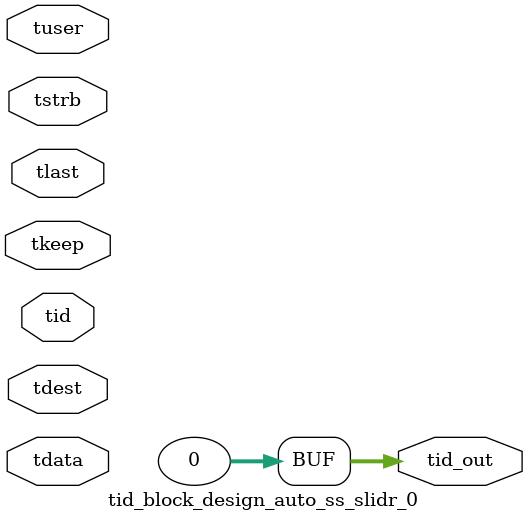
<source format=v>


`timescale 1ps/1ps

module tid_block_design_auto_ss_slidr_0 #
(
parameter C_S_AXIS_TID_WIDTH   = 1,
parameter C_S_AXIS_TUSER_WIDTH = 0,
parameter C_S_AXIS_TDATA_WIDTH = 0,
parameter C_S_AXIS_TDEST_WIDTH = 0,
parameter C_M_AXIS_TID_WIDTH   = 32
)
(
input  [(C_S_AXIS_TID_WIDTH   == 0 ? 1 : C_S_AXIS_TID_WIDTH)-1:0       ] tid,
input  [(C_S_AXIS_TDATA_WIDTH == 0 ? 1 : C_S_AXIS_TDATA_WIDTH)-1:0     ] tdata,
input  [(C_S_AXIS_TUSER_WIDTH == 0 ? 1 : C_S_AXIS_TUSER_WIDTH)-1:0     ] tuser,
input  [(C_S_AXIS_TDEST_WIDTH == 0 ? 1 : C_S_AXIS_TDEST_WIDTH)-1:0     ] tdest,
input  [(C_S_AXIS_TDATA_WIDTH/8)-1:0 ] tkeep,
input  [(C_S_AXIS_TDATA_WIDTH/8)-1:0 ] tstrb,
input                                                                    tlast,
output [(C_M_AXIS_TID_WIDTH   == 0 ? 1 : C_M_AXIS_TID_WIDTH)-1:0       ] tid_out
);

assign tid_out = {1'b0};

endmodule


</source>
